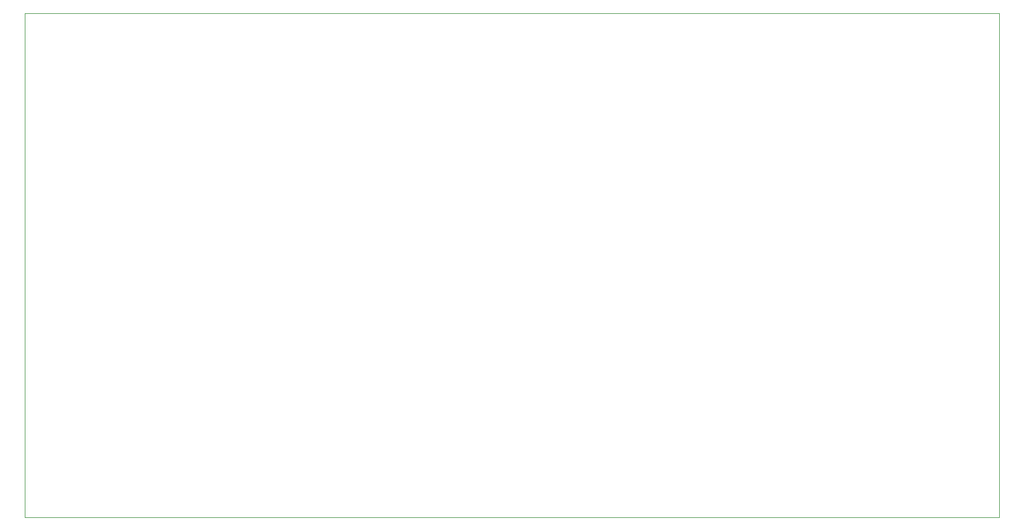
<source format=gbr>
G04 (created by PCBNEW (2013-07-07 BZR 4022)-stable) date 5/10/2014 5:07:10 PM*
%MOIN*%
G04 Gerber Fmt 3.4, Leading zero omitted, Abs format*
%FSLAX34Y34*%
G01*
G70*
G90*
G04 APERTURE LIST*
%ADD10C,0.00590551*%
%ADD11C,0.00393701*%
G04 APERTURE END LIST*
G54D10*
G54D11*
X26377Y-66338D02*
X26377Y-37204D01*
X82677Y-66338D02*
X26377Y-66338D01*
X82677Y-37204D02*
X82677Y-66338D01*
X26377Y-37204D02*
X82677Y-37204D01*
M02*

</source>
